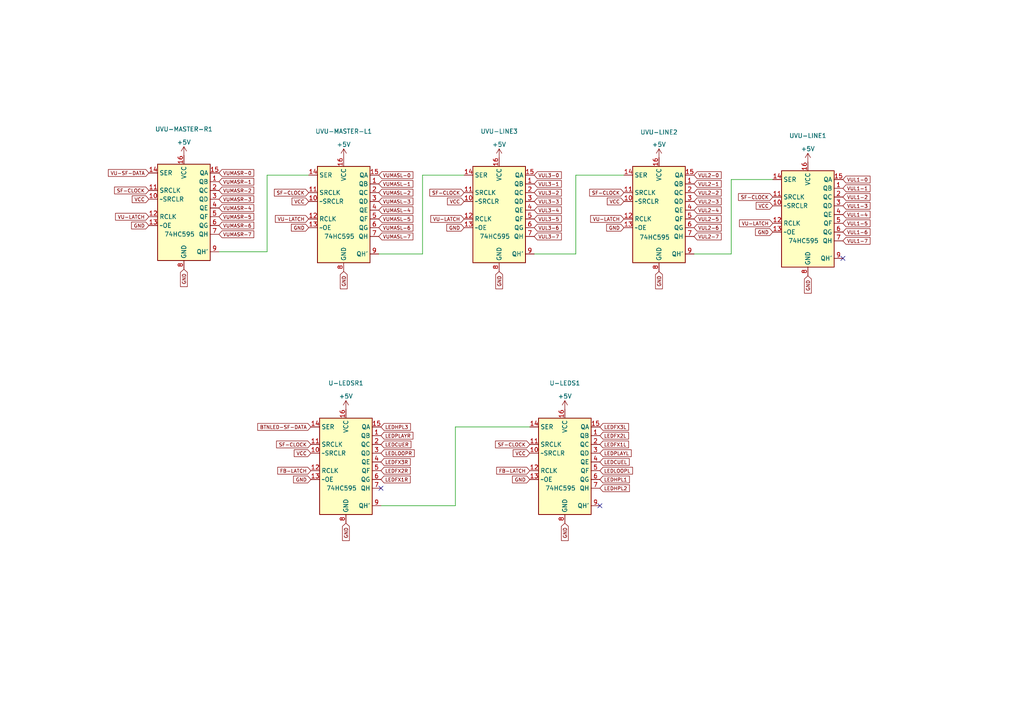
<source format=kicad_sch>
(kicad_sch (version 20210615) (generator eeschema)
  (paper "A4")
  (lib_symbols
    (symbol "74xx:74HC595"
      (property "Reference" "U" (at -7.62 13.97 0))
      (property "Value" "74HC595" (at -7.62 -16.51 0))
      (symbol "74HC595_1_0"
        (pin tri_state line (at 10.16 7.62 180) (length 2.54) (name "QB") (number "1"))
        (pin input line (at -10.16 2.54 0) (length 2.54) (name "~SRCLR") (number "10"))
        (pin input line (at -10.16 5.08 0) (length 2.54) (name "SRCLK") (number "11"))
        (pin input line (at -10.16 -2.54 0) (length 2.54) (name "RCLK") (number "12"))
        (pin input line (at -10.16 -5.08 0) (length 2.54) (name "~OE") (number "13"))
        (pin input line (at -10.16 10.16 0) (length 2.54) (name "SER") (number "14"))
        (pin tri_state line (at 10.16 10.16 180) (length 2.54) (name "QA") (number "15"))
        (pin power_in line (at 0 15.24 270) (length 2.54) (name "VCC") (number "16"))
        (pin tri_state line (at 10.16 5.08 180) (length 2.54) (name "QC") (number "2"))
        (pin tri_state line (at 10.16 2.54 180) (length 2.54) (name "QD") (number "3"))
        (pin tri_state line (at 10.16 0 180) (length 2.54) (name "QE") (number "4"))
        (pin tri_state line (at 10.16 -2.54 180) (length 2.54) (name "QF") (number "5"))
        (pin tri_state line (at 10.16 -5.08 180) (length 2.54) (name "QG") (number "6"))
        (pin tri_state line (at 10.16 -7.62 180) (length 2.54) (name "QH") (number "7"))
        (pin power_in line (at 0 -17.78 90) (length 2.54) (name "GND") (number "8"))
        (pin output line (at 10.16 -12.7 180) (length 2.54) (name "QH'") (number "9"))
      )
      (symbol "74HC595_1_1"
        (rectangle (start -7.62 12.7) (end 7.62 -15.24) (stroke (width 0.254)) (fill (type background)))
      )
    )
    (symbol "power:+5V" (power) (pin_names (offset 0))
      (property "Value" "+5V" (at 0 3.556 0))
      (symbol "+5V_0_1"
        (polyline (pts (xy -0.762 1.27) (xy 0 2.54)))
        (polyline (pts (xy 0 0) (xy 0 2.54)))
        (polyline (pts (xy 0 2.54) (xy 0.762 1.27)))
      )
      (symbol "+5V_1_1"
        (pin power_in line (at 0 0 90) (length 0) hide (name "+5V") (number "1"))
      )
    )
  )
  (no_connect (at 110.49 141.605))
  (no_connect (at 173.99 146.685))
  (no_connect (at 244.475 74.93))
  (wire (pts (xy 63.5 73.025) (xy 77.47 73.025)))
  (wire (pts (xy 77.47 50.8) (xy 89.535 50.8)))
  (wire (pts (xy 77.47 73.025) (xy 77.47 50.8)))
  (wire (pts (xy 109.855 73.66) (xy 122.555 73.66)))
  (wire (pts (xy 110.49 146.685) (xy 132.08 146.685)))
  (wire (pts (xy 122.555 50.8) (xy 134.62 50.8)))
  (wire (pts (xy 122.555 73.66) (xy 122.555 50.8)))
  (wire (pts (xy 132.08 123.825) (xy 153.67 123.825)))
  (wire (pts (xy 132.08 146.685) (xy 132.08 123.825)))
  (wire (pts (xy 154.94 73.66) (xy 167.005 73.66)))
  (wire (pts (xy 167.005 50.8) (xy 180.975 50.8)))
  (wire (pts (xy 167.005 73.66) (xy 167.005 50.8)))
  (wire (pts (xy 201.295 73.66) (xy 212.09 73.66)))
  (wire (pts (xy 212.09 52.07) (xy 224.155 52.07)))
  (wire (pts (xy 212.09 73.66) (xy 212.09 52.07)))
  (global_label "VU-SF-DATA" (shape input) (at 43.18 50.165 180) (effects (font (size 1.016 1.016))) (property "Intersheet References" "${INTERSHEET_REFS}" (effects hide)))
  (global_label "SF-CLOCK" (shape input) (at 43.18 55.245 180) (effects (font (size 1.016 1.016))) (property "Intersheet References" "${INTERSHEET_REFS}" (effects hide)))
  (global_label "VCC" (shape input) (at 43.18 57.785 180) (effects (font (size 1.016 1.016))) (property "Intersheet References" "${INTERSHEET_REFS}" (effects hide)))
  (global_label "VU-LATCH" (shape input) (at 43.18 62.865 180) (effects (font (size 1.016 1.016))) (property "Intersheet References" "${INTERSHEET_REFS}" (effects hide)))
  (global_label "GND" (shape input) (at 43.18 65.405 180) (effects (font (size 1.016 1.016))) (property "Intersheet References" "${INTERSHEET_REFS}" (effects hide)))
  (global_label "GND" (shape input) (at 53.34 78.105 270) (effects (font (size 1.016 1.016))) (property "Intersheet References" "${INTERSHEET_REFS}" (effects hide)))
  (global_label "VUMASR-0" (shape input) (at 63.5 50.165 0) (effects (font (size 1.016 1.016))) (property "Intersheet References" "${INTERSHEET_REFS}" (effects hide)))
  (global_label "VUMASR-1" (shape input) (at 63.5 52.705 0) (effects (font (size 1.016 1.016))) (property "Intersheet References" "${INTERSHEET_REFS}" (effects hide)))
  (global_label "VUMASR-2" (shape input) (at 63.5 55.245 0) (effects (font (size 1.016 1.016))) (property "Intersheet References" "${INTERSHEET_REFS}" (effects hide)))
  (global_label "VUMASR-3" (shape input) (at 63.5 57.785 0) (effects (font (size 1.016 1.016))) (property "Intersheet References" "${INTERSHEET_REFS}" (effects hide)))
  (global_label "VUMASR-4" (shape input) (at 63.5 60.325 0) (effects (font (size 1.016 1.016))) (property "Intersheet References" "${INTERSHEET_REFS}" (effects hide)))
  (global_label "VUMASR-5" (shape input) (at 63.5 62.865 0) (effects (font (size 1.016 1.016))) (property "Intersheet References" "${INTERSHEET_REFS}" (effects hide)))
  (global_label "VUMASR-6" (shape input) (at 63.5 65.405 0) (effects (font (size 1.016 1.016))) (property "Intersheet References" "${INTERSHEET_REFS}" (effects hide)))
  (global_label "VUMASR-7" (shape input) (at 63.5 67.945 0) (effects (font (size 1.016 1.016))) (property "Intersheet References" "${INTERSHEET_REFS}" (effects hide)))
  (global_label "SF-CLOCK" (shape input) (at 89.535 55.88 180) (effects (font (size 1.016 1.016))) (property "Intersheet References" "${INTERSHEET_REFS}" (effects hide)))
  (global_label "VCC" (shape input) (at 89.535 58.42 180) (effects (font (size 1.016 1.016))) (property "Intersheet References" "${INTERSHEET_REFS}" (effects hide)))
  (global_label "VU-LATCH" (shape input) (at 89.535 63.5 180) (effects (font (size 1.016 1.016))) (property "Intersheet References" "${INTERSHEET_REFS}" (effects hide)))
  (global_label "GND" (shape input) (at 89.535 66.04 180) (effects (font (size 1.016 1.016))) (property "Intersheet References" "${INTERSHEET_REFS}" (effects hide)))
  (global_label "BTNLED-SF-DATA" (shape input) (at 90.17 123.825 180) (effects (font (size 1.016 1.016))) (property "Intersheet References" "${INTERSHEET_REFS}" (effects hide)))
  (global_label "SF-CLOCK" (shape input) (at 90.17 128.905 180) (effects (font (size 1.016 1.016))) (property "Intersheet References" "${INTERSHEET_REFS}" (effects hide)))
  (global_label "VCC" (shape input) (at 90.17 131.445 180) (effects (font (size 1.016 1.016))) (property "Intersheet References" "${INTERSHEET_REFS}" (effects hide)))
  (global_label "FB-LATCH" (shape input) (at 90.17 136.525 180) (effects (font (size 1.016 1.016))) (property "Intersheet References" "${INTERSHEET_REFS}" (effects hide)))
  (global_label "GND" (shape input) (at 90.17 139.065 180) (effects (font (size 1.016 1.016))) (property "Intersheet References" "${INTERSHEET_REFS}" (effects hide)))
  (global_label "GND" (shape input) (at 99.695 78.74 270) (effects (font (size 1.016 1.016))) (property "Intersheet References" "${INTERSHEET_REFS}" (effects hide)))
  (global_label "GND" (shape input) (at 100.33 151.765 270) (effects (font (size 1.016 1.016))) (property "Intersheet References" "${INTERSHEET_REFS}" (effects hide)))
  (global_label "VUMASL-0" (shape input) (at 109.855 50.8 0) (effects (font (size 1.016 1.016))) (property "Intersheet References" "${INTERSHEET_REFS}" (effects hide)))
  (global_label "VUMASL-1" (shape input) (at 109.855 53.34 0) (effects (font (size 1.016 1.016))) (property "Intersheet References" "${INTERSHEET_REFS}" (effects hide)))
  (global_label "VUMASL-2" (shape input) (at 109.855 55.88 0) (effects (font (size 1.016 1.016))) (property "Intersheet References" "${INTERSHEET_REFS}" (effects hide)))
  (global_label "VUMASL-3" (shape input) (at 109.855 58.42 0) (effects (font (size 1.016 1.016))) (property "Intersheet References" "${INTERSHEET_REFS}" (effects hide)))
  (global_label "VUMASL-4" (shape input) (at 109.855 60.96 0) (effects (font (size 1.016 1.016))) (property "Intersheet References" "${INTERSHEET_REFS}" (effects hide)))
  (global_label "VUMASL-5" (shape input) (at 109.855 63.5 0) (effects (font (size 1.016 1.016))) (property "Intersheet References" "${INTERSHEET_REFS}" (effects hide)))
  (global_label "VUMASL-6" (shape input) (at 109.855 66.04 0) (effects (font (size 1.016 1.016))) (property "Intersheet References" "${INTERSHEET_REFS}" (effects hide)))
  (global_label "VUMASL-7" (shape input) (at 109.855 68.58 0) (effects (font (size 1.016 1.016))) (property "Intersheet References" "${INTERSHEET_REFS}" (effects hide)))
  (global_label "LEDHPL3" (shape input) (at 110.49 123.825 0) (effects (font (size 1.016 1.016))) (property "Intersheet References" "${INTERSHEET_REFS}" (effects hide)))
  (global_label "LEDPLAYR" (shape input) (at 110.49 126.365 0) (effects (font (size 1.016 1.016))) (property "Intersheet References" "${INTERSHEET_REFS}" (effects hide)))
  (global_label "LEDCUER" (shape input) (at 110.49 128.905 0) (effects (font (size 1.016 1.016))) (property "Intersheet References" "${INTERSHEET_REFS}" (effects hide)))
  (global_label "LEDLOOPR" (shape input) (at 110.49 131.445 0) (effects (font (size 1.016 1.016))) (property "Intersheet References" "${INTERSHEET_REFS}" (effects hide)))
  (global_label "LEDFX3R" (shape input) (at 110.49 133.985 0) (effects (font (size 1.016 1.016))) (property "Intersheet References" "${INTERSHEET_REFS}" (effects hide)))
  (global_label "LEDFX2R" (shape input) (at 110.49 136.525 0) (effects (font (size 1.016 1.016))) (property "Intersheet References" "${INTERSHEET_REFS}" (effects hide)))
  (global_label "LEDFX1R" (shape input) (at 110.49 139.065 0) (effects (font (size 1.016 1.016))) (property "Intersheet References" "${INTERSHEET_REFS}" (effects hide)))
  (global_label "SF-CLOCK" (shape input) (at 134.62 55.88 180) (effects (font (size 1.016 1.016))) (property "Intersheet References" "${INTERSHEET_REFS}" (effects hide)))
  (global_label "VCC" (shape input) (at 134.62 58.42 180) (effects (font (size 1.016 1.016))) (property "Intersheet References" "${INTERSHEET_REFS}" (effects hide)))
  (global_label "VU-LATCH" (shape input) (at 134.62 63.5 180) (effects (font (size 1.016 1.016))) (property "Intersheet References" "${INTERSHEET_REFS}" (effects hide)))
  (global_label "GND" (shape input) (at 134.62 66.04 180) (effects (font (size 1.016 1.016))) (property "Intersheet References" "${INTERSHEET_REFS}" (effects hide)))
  (global_label "GND" (shape input) (at 144.78 78.74 270) (effects (font (size 1.016 1.016))) (property "Intersheet References" "${INTERSHEET_REFS}" (effects hide)))
  (global_label "SF-CLOCK" (shape input) (at 153.67 128.905 180) (effects (font (size 1.016 1.016))) (property "Intersheet References" "${INTERSHEET_REFS}" (effects hide)))
  (global_label "VCC" (shape input) (at 153.67 131.445 180) (effects (font (size 1.016 1.016))) (property "Intersheet References" "${INTERSHEET_REFS}" (effects hide)))
  (global_label "FB-LATCH" (shape input) (at 153.67 136.525 180) (effects (font (size 1.016 1.016))) (property "Intersheet References" "${INTERSHEET_REFS}" (effects hide)))
  (global_label "GND" (shape input) (at 153.67 139.065 180) (effects (font (size 1.016 1.016))) (property "Intersheet References" "${INTERSHEET_REFS}" (effects hide)))
  (global_label "VUL3-0" (shape input) (at 154.94 50.8 0) (effects (font (size 1.016 1.016))) (property "Intersheet References" "${INTERSHEET_REFS}" (effects hide)))
  (global_label "VUL3-1" (shape input) (at 154.94 53.34 0) (effects (font (size 1.016 1.016))) (property "Intersheet References" "${INTERSHEET_REFS}" (effects hide)))
  (global_label "VUL3-2" (shape input) (at 154.94 55.88 0) (effects (font (size 1.016 1.016))) (property "Intersheet References" "${INTERSHEET_REFS}" (effects hide)))
  (global_label "VUL3-3" (shape input) (at 154.94 58.42 0) (effects (font (size 1.016 1.016))) (property "Intersheet References" "${INTERSHEET_REFS}" (effects hide)))
  (global_label "VUL3-4" (shape input) (at 154.94 60.96 0) (effects (font (size 1.016 1.016))) (property "Intersheet References" "${INTERSHEET_REFS}" (effects hide)))
  (global_label "VUL3-5" (shape input) (at 154.94 63.5 0) (effects (font (size 1.016 1.016))) (property "Intersheet References" "${INTERSHEET_REFS}" (effects hide)))
  (global_label "VUL3-6" (shape input) (at 154.94 66.04 0) (effects (font (size 1.016 1.016))) (property "Intersheet References" "${INTERSHEET_REFS}" (effects hide)))
  (global_label "VUL3-7" (shape input) (at 154.94 68.58 0) (effects (font (size 1.016 1.016))) (property "Intersheet References" "${INTERSHEET_REFS}" (effects hide)))
  (global_label "GND" (shape input) (at 163.83 151.765 270) (effects (font (size 1.016 1.016))) (property "Intersheet References" "${INTERSHEET_REFS}" (effects hide)))
  (global_label "LEDFX3L" (shape input) (at 173.99 123.825 0) (effects (font (size 1.016 1.016))) (property "Intersheet References" "${INTERSHEET_REFS}" (effects hide)))
  (global_label "LEDFX2L" (shape input) (at 173.99 126.365 0) (effects (font (size 1.016 1.016))) (property "Intersheet References" "${INTERSHEET_REFS}" (effects hide)))
  (global_label "LEDFX1L" (shape input) (at 173.99 128.905 0) (effects (font (size 1.016 1.016))) (property "Intersheet References" "${INTERSHEET_REFS}" (effects hide)))
  (global_label "LEDPLAYL" (shape input) (at 173.99 131.445 0) (effects (font (size 1.016 1.016))) (property "Intersheet References" "${INTERSHEET_REFS}" (effects hide)))
  (global_label "LEDCUEL" (shape input) (at 173.99 133.985 0) (effects (font (size 1.016 1.016))) (property "Intersheet References" "${INTERSHEET_REFS}" (effects hide)))
  (global_label "LEDLOOPL" (shape input) (at 173.99 136.525 0) (effects (font (size 1.016 1.016))) (property "Intersheet References" "${INTERSHEET_REFS}" (effects hide)))
  (global_label "LEDHPL1" (shape input) (at 173.99 139.065 0) (effects (font (size 1.016 1.016))) (property "Intersheet References" "${INTERSHEET_REFS}" (effects hide)))
  (global_label "LEDHPL2" (shape input) (at 173.99 141.605 0) (effects (font (size 1.016 1.016))) (property "Intersheet References" "${INTERSHEET_REFS}" (effects hide)))
  (global_label "SF-CLOCK" (shape input) (at 180.975 55.88 180) (effects (font (size 1.016 1.016))) (property "Intersheet References" "${INTERSHEET_REFS}" (effects hide)))
  (global_label "VCC" (shape input) (at 180.975 58.42 180) (effects (font (size 1.016 1.016))) (property "Intersheet References" "${INTERSHEET_REFS}" (effects hide)))
  (global_label "VU-LATCH" (shape input) (at 180.975 63.5 180) (effects (font (size 1.016 1.016))) (property "Intersheet References" "${INTERSHEET_REFS}" (effects hide)))
  (global_label "GND" (shape input) (at 180.975 66.04 180) (effects (font (size 1.016 1.016))) (property "Intersheet References" "${INTERSHEET_REFS}" (effects hide)))
  (global_label "GND" (shape input) (at 191.135 78.74 270) (effects (font (size 1.016 1.016))) (property "Intersheet References" "${INTERSHEET_REFS}" (effects hide)))
  (global_label "VUL2-0" (shape input) (at 201.295 50.8 0) (effects (font (size 1.016 1.016))) (property "Intersheet References" "${INTERSHEET_REFS}" (effects hide)))
  (global_label "VUL2-1" (shape input) (at 201.295 53.34 0) (effects (font (size 1.016 1.016))) (property "Intersheet References" "${INTERSHEET_REFS}" (effects hide)))
  (global_label "VUL2-2" (shape input) (at 201.295 55.88 0) (effects (font (size 1.016 1.016))) (property "Intersheet References" "${INTERSHEET_REFS}" (effects hide)))
  (global_label "VUL2-3" (shape input) (at 201.295 58.42 0) (effects (font (size 1.016 1.016))) (property "Intersheet References" "${INTERSHEET_REFS}" (effects hide)))
  (global_label "VUL2-4" (shape input) (at 201.295 60.96 0) (effects (font (size 1.016 1.016))) (property "Intersheet References" "${INTERSHEET_REFS}" (effects hide)))
  (global_label "VUL2-5" (shape input) (at 201.295 63.5 0) (effects (font (size 1.016 1.016))) (property "Intersheet References" "${INTERSHEET_REFS}" (effects hide)))
  (global_label "VUL2-6" (shape input) (at 201.295 66.04 0) (effects (font (size 1.016 1.016))) (property "Intersheet References" "${INTERSHEET_REFS}" (effects hide)))
  (global_label "VUL2-7" (shape input) (at 201.295 68.58 0) (effects (font (size 1.016 1.016))) (property "Intersheet References" "${INTERSHEET_REFS}" (effects hide)))
  (global_label "SF-CLOCK" (shape input) (at 224.155 57.15 180) (effects (font (size 1.016 1.016))) (property "Intersheet References" "${INTERSHEET_REFS}" (effects hide)))
  (global_label "VCC" (shape input) (at 224.155 59.69 180) (effects (font (size 1.016 1.016))) (property "Intersheet References" "${INTERSHEET_REFS}" (effects hide)))
  (global_label "VU-LATCH" (shape input) (at 224.155 64.77 180) (effects (font (size 1.016 1.016))) (property "Intersheet References" "${INTERSHEET_REFS}" (effects hide)))
  (global_label "GND" (shape input) (at 224.155 67.31 180) (effects (font (size 1.016 1.016))) (property "Intersheet References" "${INTERSHEET_REFS}" (effects hide)))
  (global_label "GND" (shape input) (at 234.315 80.01 270) (effects (font (size 1.016 1.016))) (property "Intersheet References" "${INTERSHEET_REFS}" (effects hide)))
  (global_label "VUL1-0" (shape input) (at 244.475 52.07 0) (effects (font (size 1.016 1.016))) (property "Intersheet References" "${INTERSHEET_REFS}" (effects hide)))
  (global_label "VUL1-1" (shape input) (at 244.475 54.61 0) (effects (font (size 1.016 1.016))) (property "Intersheet References" "${INTERSHEET_REFS}" (effects hide)))
  (global_label "VUL1-2" (shape input) (at 244.475 57.15 0) (effects (font (size 1.016 1.016))) (property "Intersheet References" "${INTERSHEET_REFS}" (effects hide)))
  (global_label "VUL1-3" (shape input) (at 244.475 59.69 0) (effects (font (size 1.016 1.016))) (property "Intersheet References" "${INTERSHEET_REFS}" (effects hide)))
  (global_label "VUL1-4" (shape input) (at 244.475 62.23 0) (effects (font (size 1.016 1.016))) (property "Intersheet References" "${INTERSHEET_REFS}" (effects hide)))
  (global_label "VUL1-5" (shape input) (at 244.475 64.77 0) (effects (font (size 1.016 1.016))) (property "Intersheet References" "${INTERSHEET_REFS}" (effects hide)))
  (global_label "VUL1-6" (shape input) (at 244.475 67.31 0) (effects (font (size 1.016 1.016))) (property "Intersheet References" "${INTERSHEET_REFS}" (effects hide)))
  (global_label "VUL1-7" (shape input) (at 244.475 69.85 0) (effects (font (size 1.016 1.016))) (property "Intersheet References" "${INTERSHEET_REFS}" (effects hide)))
  (symbol (lib_id "power:+5V") (at 53.34 45.085 0) (unit 1)
    (property "Reference" "#PWR0141" (effects hide))
    (property "Value" "+5V" (at 53.34 41.275 0))
  )
  (symbol (lib_id "power:+5V") (at 99.695 45.72 0) (unit 1)
    (property "Reference" "#PWR0142" (effects hide))
    (property "Value" "+5V" (at 99.695 41.91 0))
  )
  (symbol (lib_id "power:+5V") (at 100.33 118.745 0) (unit 1)
    (property "Reference" "#PWR0146" (effects hide))
    (property "Value" "+5V" (at 100.33 114.935 0))
  )
  (symbol (lib_id "power:+5V") (at 144.78 45.72 0) (unit 1)
    (property "Reference" "#PWR0143" (effects hide))
    (property "Value" "+5V" (at 144.78 41.91 0))
  )
  (symbol (lib_id "power:+5V") (at 163.83 118.745 0) (unit 1)
    (property "Reference" "#PWR0147" (effects hide))
    (property "Value" "+5V" (at 163.83 114.935 0))
  )
  (symbol (lib_id "power:+5V") (at 191.135 45.72 0) (unit 1)
    (property "Reference" "#PWR0144" (effects hide))
    (property "Value" "+5V" (at 191.135 41.91 0))
  )
  (symbol (lib_id "power:+5V") (at 234.315 46.99 0) (unit 1)
    (property "Reference" "#PWR0145" (effects hide))
    (property "Value" "+5V" (at 234.315 43.18 0))
  )
  (symbol (lib_id "74xx:74HC595") (at 53.34 60.325 0) (unit 1)
    (property "Reference" "UVU-MASTER-R1" (at 53.34 37.465 0))
    (property "Value" "74HC595" (at 52.07 67.945 0))
    (property "Footprint" "Library:SO-16_3.9x9.9mm_P1.27mm" (effects hide))
    (property "Datasheet" "http://www.ti.com/lit/ds/symlink/sn74hc595.pdf" (effects hide))
  )
  (symbol (lib_id "74xx:74HC595") (at 99.695 60.96 0) (unit 1)
    (property "Reference" "UVU-MASTER-L1" (at 99.695 38.1 0))
    (property "Value" "74HC595" (at 98.425 68.58 0))
    (property "Footprint" "Library:SO-16_3.9x9.9mm_P1.27mm" (effects hide))
    (property "Datasheet" "http://www.ti.com/lit/ds/symlink/sn74hc595.pdf" (effects hide))
  )
  (symbol (lib_id "74xx:74HC595") (at 100.33 133.985 0) (unit 1)
    (property "Reference" "U-LEDSR1" (at 100.33 111.125 0))
    (property "Value" "74HC595" (at 99.06 141.605 0))
    (property "Footprint" "Library:SO-16_3.9x9.9mm_P1.27mm" (effects hide))
    (property "Datasheet" "http://www.ti.com/lit/ds/symlink/sn74hc595.pdf" (effects hide))
  )
  (symbol (lib_id "74xx:74HC595") (at 144.78 60.96 0) (unit 1)
    (property "Reference" "UVU-LINE3" (at 144.78 38.1 0))
    (property "Value" "74HC595" (at 143.51 68.58 0))
    (property "Footprint" "Library:SO-16_3.9x9.9mm_P1.27mm" (effects hide))
    (property "Datasheet" "http://www.ti.com/lit/ds/symlink/sn74hc595.pdf" (effects hide))
  )
  (symbol (lib_id "74xx:74HC595") (at 163.83 133.985 0) (unit 1)
    (property "Reference" "U-LEDS1" (at 163.83 111.125 0))
    (property "Value" "74HC595" (at 162.56 141.605 0))
    (property "Footprint" "Library:SO-16_3.9x9.9mm_P1.27mm" (effects hide))
    (property "Datasheet" "http://www.ti.com/lit/ds/symlink/sn74hc595.pdf" (effects hide))
  )
  (symbol (lib_id "74xx:74HC595") (at 191.135 60.96 0) (unit 1)
    (property "Reference" "UVU-LINE2" (at 191.135 38.354 0))
    (property "Value" "74HC595" (at 189.865 68.834 0))
    (property "Footprint" "Library:SO-16_3.9x9.9mm_P1.27mm" (effects hide))
    (property "Datasheet" "http://www.ti.com/lit/ds/symlink/sn74hc595.pdf" (effects hide))
  )
  (symbol (lib_id "74xx:74HC595") (at 234.315 62.23 0) (unit 1)
    (property "Reference" "UVU-LINE1" (at 234.315 39.37 0))
    (property "Value" "74HC595" (at 233.045 69.85 0))
    (property "Footprint" "Library:SO-16_3.9x9.9mm_P1.27mm" (effects hide))
    (property "Datasheet" "http://www.ti.com/lit/ds/symlink/sn74hc595.pdf" (effects hide))
  )
)
</source>
